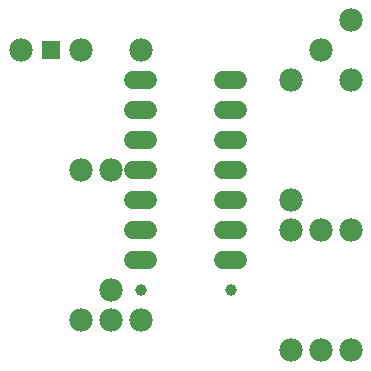
<source format=gbs>
G75*
%MOIN*%
%OFA0B0*%
%FSLAX25Y25*%
%IPPOS*%
%LPD*%
%AMOC8*
5,1,8,0,0,1.08239X$1,22.5*
%
%ADD10C,0.07800*%
%ADD11R,0.06343X0.06343*%
%ADD12C,0.05950*%
%ADD13C,0.03900*%
D10*
X0034476Y0040337D03*
X0044476Y0040337D03*
X0044476Y0050337D03*
X0054476Y0040337D03*
X0044476Y0090337D03*
X0034476Y0090337D03*
X0034476Y0130337D03*
X0014476Y0130337D03*
X0054476Y0130337D03*
X0104476Y0120337D03*
X0114476Y0130337D03*
X0124476Y0120337D03*
X0124476Y0140337D03*
X0104476Y0080337D03*
X0104476Y0070337D03*
X0114476Y0070337D03*
X0124476Y0070337D03*
X0124476Y0030337D03*
X0114476Y0030337D03*
X0104476Y0030337D03*
D11*
X0024476Y0130337D03*
D12*
X0051901Y0120337D02*
X0057051Y0120337D01*
X0057051Y0110337D02*
X0051901Y0110337D01*
X0051901Y0100337D02*
X0057051Y0100337D01*
X0057051Y0090337D02*
X0051901Y0090337D01*
X0051901Y0080337D02*
X0057051Y0080337D01*
X0057051Y0070337D02*
X0051901Y0070337D01*
X0051901Y0060337D02*
X0057051Y0060337D01*
X0081901Y0060337D02*
X0087051Y0060337D01*
X0087051Y0070337D02*
X0081901Y0070337D01*
X0081901Y0080337D02*
X0087051Y0080337D01*
X0087051Y0090337D02*
X0081901Y0090337D01*
X0081901Y0100337D02*
X0087051Y0100337D01*
X0087051Y0110337D02*
X0081901Y0110337D01*
X0081901Y0120337D02*
X0087051Y0120337D01*
D13*
X0084476Y0050337D03*
X0104476Y0030337D03*
X0054476Y0050337D03*
M02*

</source>
